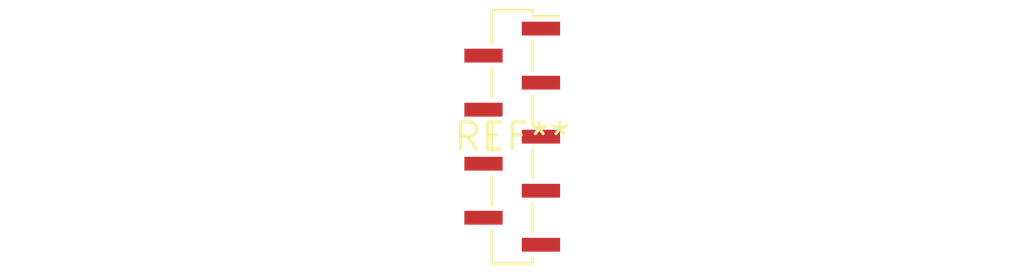
<source format=kicad_pcb>
(kicad_pcb (version 20240108) (generator pcbnew)
  (layers (0 "F.Cu" signal) (31 "B.Cu" signal) (34 "B.Paste" user) (35 "F.Paste" user) (36 "B.SilkS" user "B.Silkscreen") (37 "F.SilkS" user "F.Silkscreen") (38 "B.Mask" user) (39 "F.Mask" user) (44 "Edge.Cuts" user))
  (net 0 "")
  (footprint "PinSocket_1x09_P1.27mm_Vertical_SMD_Pin1Right" (layer "F.Cu") (at 0 0)
    (property "Reference" "REF**")
    (property "Value" "PinSocket_1x09_P1.27mm_Vertical_SMD_Pin1Right")
    (fp_line (start -0.96 -5.95) (end -0.96 -4.395) (layer "F.SilkS") (stroke (width 0.12)))
    (fp_line (start -0.96 -5.95) (end 0.96 -5.95) (layer "F.SilkS") (stroke (width 0.12)))
    (fp_line (start -0.96 -3.225) (end -0.96 -1.855) (layer "F.SilkS") (stroke (width 0.12)))
    (fp_line (start -0.96 -0.685) (end -0.96 0.685) (layer "F.SilkS") (stroke (width 0.12)))
    (fp_line (start -0.96 1.855) (end -0.96 3.225) (layer "F.SilkS") (stroke (width 0.12)))
    (fp_line (start -0.96 4.395) (end -0.96 5.95) (layer "F.SilkS") (stroke (width 0.12)))
    (fp_line (start -0.96 5.95) (end 0.96 5.95) (layer "F.SilkS") (stroke (width 0.12)))
    (fp_line (start 0.96 -5.95) (end 0.96 -5.665) (layer "F.SilkS") (stroke (width 0.12)))
    (fp_line (start 0.96 -5.665) (end 2.19 -5.665) (layer "F.SilkS") (stroke (width 0.12)))
    (fp_line (start 0.96 -4.495) (end 0.96 -3.125) (layer "F.SilkS") (stroke (width 0.12)))
    (fp_line (start 0.96 -1.955) (end 0.96 -0.585) (layer "F.SilkS") (stroke (width 0.12)))
    (fp_line (start 0.96 0.585) (end 0.96 1.955) (layer "F.SilkS") (stroke (width 0.12)))
    (fp_line (start 0.96 3.125) (end 0.96 4.495) (layer "F.SilkS") (stroke (width 0.12)))
    (fp_line (start 0.96 5.665) (end 0.96 5.95) (layer "F.SilkS") (stroke (width 0.12)))
    (pad "1" smd rect (at 1.35 -5.08) (size 1.8 0.65) (layers "F.Cu" "F.Paste" "F.Mask"))
    (pad "2" smd rect (at -1.35 -3.81) (size 1.8 0.65) (layers "F.Cu" "F.Paste" "F.Mask"))
    (pad "3" smd rect (at 1.35 -2.54) (size 1.8 0.65) (layers "F.Cu" "F.Paste" "F.Mask"))
    (pad "4" smd rect (at -1.35 -1.27) (size 1.8 0.65) (layers "F.Cu" "F.Paste" "F.Mask"))
    (pad "5" smd rect (at 1.35 0) (size 1.8 0.65) (layers "F.Cu" "F.Paste" "F.Mask"))
    (pad "6" smd rect (at -1.35 1.27) (size 1.8 0.65) (layers "F.Cu" "F.Paste" "F.Mask"))
    (pad "7" smd rect (at 1.35 2.54) (size 1.8 0.65) (layers "F.Cu" "F.Paste" "F.Mask"))
    (pad "8" smd rect (at -1.35 3.81) (size 1.8 0.65) (layers "F.Cu" "F.Paste" "F.Mask"))
    (pad "9" smd rect (at 1.35 5.08) (size 1.8 0.65) (layers "F.Cu" "F.Paste" "F.Mask"))
  )
)
</source>
